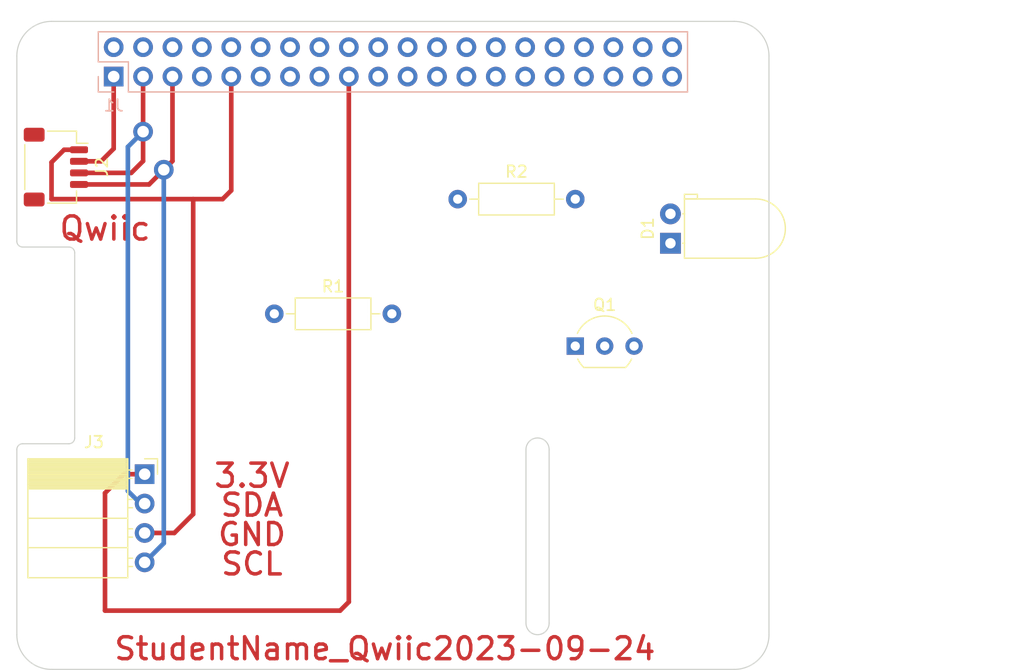
<source format=kicad_pcb>
(kicad_pcb (version 20211014) (generator pcbnew)
  (title_block (date "2023-09-24"))
  (layers (0 "F.Cu" signal) (31 "B.Cu" signal) (34 "B.Paste" user) (35 "F.Paste" user) (36 "B.SilkS" user "B.Silkscreen") (37 "F.SilkS" user "F.Silkscreen") (38 "B.Mask" user) (39 "F.Mask" user) (44 "Edge.Cuts" user))
  (net 0 "")
  (net 1 "GND")
  (net 2 "/GPIO2{slash}SDA1")
  (net 3 "/GPIO3{slash}SCL1")
  (net 4 "/GPIO4{slash}GPCLK0")
  (net 5 "/GPIO14{slash}TXD0")
  (net 6 "/GPIO15{slash}RXD0")
  (net 7 "/GPIO17")
  (net 8 "/GPIO18{slash}PCM.CLK")
  (net 9 "/GPIO27")
  (net 10 "/GPIO22")
  (net 11 "/GPIO23")
  (net 12 "/GPIO24")
  (net 13 "/GPIO10{slash}SPI0.MOSI")
  (net 14 "/GPIO9{slash}SPI0.MISO")
  (net 15 "/GPIO25")
  (net 16 "/GPIO11{slash}SPI0.SCLK")
  (net 17 "/GPIO8{slash}SPI0.CE0")
  (net 18 "/GPIO7{slash}SPI0.CE1")
  (net 19 "/ID_SDA")
  (net 20 "/ID_SCL")
  (net 21 "/GPIO5")
  (net 22 "/GPIO6")
  (net 23 "/GPIO12{slash}PWM0")
  (net 24 "/GPIO13{slash}PWM1")
  (net 25 "/GPIO19{slash}PCM.FS")
  (net 26 "/GPIO16")
  (net 27 "/GPIO26")
  (net 28 "/GPIO20{slash}PCM.DIN")
  (net 29 "/GPIO21{slash}PCM.DOUT")
  (net 30 "+5V")
  (net 31 "+3V3")
  (net 32 "Net-(D1-Pad2)")
  (net 33 "Net-(Q1-Pad2)")
  (net 34 "Net-(D1-Pad1)")
  (footprint "MountingHole:MountingHole_2.7mm_M2.5" (layer "F.Cu") (at 161.5 47.5)
    (fp_text reference "MH2" hide)
    (fp_text value "MountingHole_2.7mm_M2.5" hide)
    (pad "" np_thru_hole circle locked (at 0 0) (size 2.7 2.7) (drill 2.7) (layers *.Cu *.Mask))
  )
  (footprint "LED_THT:LED_D5.0mm_Horizontal_O1.27mm_Z3.0mm" (layer "F.Cu") (at 156.485 63.175 90)
    (fp_text reference "D1" (at 1.27 -1.96 90) (layer "F.SilkS"))
    (fp_text value "LED")
    (fp_line (start 3.83 1.21) (end 3.83 7.37) (layer "F.SilkS") (width 0.12))
    (fp_line (start 2.54 1.21) (end 2.54 1.21) (layer "F.SilkS") (width 0.12))
    (fp_line (start 3.83 2.33) (end 3.83 1.21) (layer "F.SilkS") (width 0.12))
    (fp_line (start 4.23 1.21) (end 4.23 2.33) (layer "F.SilkS") (width 0.12))
    (fp_line (start 0 1.08) (end 0 1.08) (layer "F.SilkS") (width 0.12))
    (fp_line (start 2.54 1.21) (end 2.54 1.08) (layer "F.SilkS") (width 0.12))
    (fp_line (start 0 1.21) (end 0 1.21) (layer "F.SilkS") (width 0.12))
    (fp_line (start 0 1.21) (end 0 1.08) (layer "F.SilkS") (width 0.12))
    (fp_line (start -1.29 1.21) (end 3.83 1.21) (layer "F.SilkS") (width 0.12))
    (fp_line (start -1.29 1.21) (end -1.29 7.37) (layer "F.SilkS") (width 0.12))
    (fp_line (start 2.54 1.08) (end 2.54 1.08) (layer "F.SilkS") (width 0.12))
    (fp_line (start 2.54 1.08) (end 2.54 1.21) (layer "F.SilkS") (width 0.12))
    (fp_line (start 0 1.08) (end 0 1.21) (layer "F.SilkS") (width 0.12))
    (fp_line (start 3.83 1.21) (end 4.23 1.21) (layer "F.SilkS") (width 0.12))
    (fp_line (start 4.23 2.33) (end 3.83 2.33) (layer "F.SilkS") (width 0.12))
    (fp_arc (start 3.83 7.37) (mid 1.27 9.93) (end -1.29 7.37) (layer "F.SilkS") (width 0.12))
    (pad "1" thru_hole rect (at 0 0 90) (size 1.8 1.8) (drill 0.9) (layers *.Cu *.Mask) (net 34 "Net-(D1-Pad1)"))
    (pad "2" thru_hole circle (at 2.54 0 90) (size 1.8 1.8) (drill 0.9) (layers *.Cu *.Mask) (net 32 "Net-(D1-Pad2)"))
  )
  (footprint "Connector_JST:JST_SH_SM04B-SRSS-TB_1x04-1MP_P1.00mm_Horizontal" (layer "F.Cu") (at 103.372914 56.592841 -90)
    (fp_text reference "J2" (at 0 -3.98 90) (layer "F.SilkS"))
    (fp_text value "Qwiic Right Angle")
    (fp_line (start 3.11 0.715) (end 3.11 -1.785) (layer "F.SilkS") (width 0.12))
    (fp_line (start -2.06 -1.785) (end -2.06 -2.775) (layer "F.SilkS") (width 0.12))
    (fp_line (start -3.11 0.715) (end -3.11 -1.785) (layer "F.SilkS") (width 0.12))
    (fp_line (start 3.11 -1.785) (end 2.06 -1.785) (layer "F.SilkS") (width 0.12))
    (fp_line (start -3.11 -1.785) (end -2.06 -1.785) (layer "F.SilkS") (width 0.12))
    (fp_line (start -1.94 2.685) (end 1.94 2.685) (layer "F.SilkS") (width 0.12))
    (pad "1" smd roundrect (at -1.5 -2 270) (size 0.6 1.55) (layers "F.Cu" "F.Paste" "F.Mask") (net 1 "GND"))
    (pad "2" smd roundrect (at -0.5 -2 270) (size 0.6 1.55) (layers "F.Cu" "F.Paste" "F.Mask") (net 31 "+3V3"))
    (pad "3" smd roundrect (at 0.5 -2 270) (size 0.6 1.55) (layers "F.Cu" "F.Paste" "F.Mask") (net 2 "/GPIO2{slash}SDA1"))
    (pad "4" smd roundrect (at 1.5 -2 270) (size 0.6 1.55) (layers "F.Cu" "F.Paste" "F.Mask") (net 3 "/GPIO3{slash}SCL1"))
    (pad "MP" smd roundrect (at -2.8 1.875 270) (size 1.2 1.8) (layers "F.Cu" "F.Paste" "F.Mask") (roundrect_rratio 0.2083333333))
    (pad "MP" smd roundrect (at 2.8 1.875 270) (size 1.2 1.8) (layers "F.Cu" "F.Paste" "F.Mask") (roundrect_rratio 0.2083333333))
  )
  (footprint "Resistor_THT:R_Axial_DIN0207_L6.3mm_D2.5mm_P10.16mm_Horizontal" (layer "F.Cu") (at 122.25 69.27)
    (fp_text reference "R1" (at 5.08 -2.37) (layer "F.SilkS"))
    (fp_text value "2.2k")
    (fp_line (start 9.12 0) (end 8.35 0) (layer "F.SilkS") (width 0.12))
    (fp_line (start 8.35 1.37) (end 8.35 -1.37) (layer "F.SilkS") (width 0.12))
    (fp_line (start 1.81 1.37) (end 8.35 1.37) (layer "F.SilkS") (width 0.12))
    (fp_line (start 1.04 0) (end 1.81 0) (layer "F.SilkS") (width 0.12))
    (fp_line (start 8.35 -1.37) (end 1.81 -1.37) (layer "F.SilkS") (width 0.12))
    (fp_line (start 1.81 -1.37) (end 1.81 1.37) (layer "F.SilkS") (width 0.12))
    (pad "1" thru_hole circle (at 0 0) (size 1.6 1.6) (drill 0.8) (layers *.Cu *.Mask) (net 7 "/GPIO17"))
    (pad "2" thru_hole oval (at 10.16 0) (size 1.6 1.6) (drill 0.8) (layers *.Cu *.Mask) (net 33 "Net-(Q1-Pad2)"))
  )
  (footprint "Package_TO_SOT_THT:TO-92_Inline_Wide" (layer "F.Cu") (at 148.26 72.06)
    (fp_text reference "Q1" (at 2.54 -3.56) (layer "F.SilkS"))
    (fp_text value "2N4124")
    (fp_line (start 0.74 1.85) (end 4.34 1.85) (layer "F.SilkS") (width 0.12))
    (fp_arc (start 4.864184 1.122795) (mid 4.633903 1.509328) (end 4.34 1.85) (layer "F.SilkS") (width 0.12))
    (fp_arc (start 2.54 -2.6) (mid 3.936979 -2.192818) (end 4.8964 -1.098807) (layer "F.SilkS") (width 0.12))
    (fp_arc (start 0.74 1.85) (mid 0.446097 1.509328) (end 0.215816 1.122795) (layer "F.SilkS") (width 0.12))
    (fp_arc (start 0.1836 -1.098807) (mid 1.143021 -2.192817) (end 2.54 -2.6) (layer "F.SilkS") (width 0.12))
    (pad "1" thru_hole rect (at 0 0) (size 1.5 1.5) (drill 0.8) (layers *.Cu *.Mask) (net 1 "GND"))
    (pad "2" thru_hole circle (at 2.54 0) (size 1.5 1.5) (drill 0.8) (layers *.Cu *.Mask) (net 33 "Net-(Q1-Pad2)"))
    (pad "3" thru_hole circle (at 5.08 0) (size 1.5 1.5) (drill 0.8) (layers *.Cu *.Mask) (net 34 "Net-(D1-Pad1)"))
  )
  (footprint "MountingHole:MountingHole_2.7mm_M2.5" (layer "F.Cu") (at 103.5 96.5)
    (fp_text reference "MH3" hide)
    (fp_text value "MountingHole_2.7mm_M2.5" hide)
    (pad "" np_thru_hole circle locked (at 0 0) (size 2.7 2.7) (drill 2.7) (layers *.Cu *.Mask))
  )
  (footprint "MountingHole:MountingHole_2.7mm_M2.5" (layer "F.Cu") (at 103.5 47.5)
    (fp_text reference "MH1" hide)
    (fp_text value "MountingHole_2.7mm_M2.5" hide)
    (pad "" np_thru_hole circle locked (at 0 0) (size 2.7 2.7) (drill 2.7) (layers *.Cu *.Mask))
  )
  (footprint "Resistor_THT:R_Axial_DIN0207_L6.3mm_D2.5mm_P10.16mm_Horizontal" (layer "F.Cu") (at 138.1 59.36)
    (fp_text reference "R2" (at 5.08 -2.37) (layer "F.SilkS"))
    (fp_text value "220")
    (fp_line (start 1.81 1.37) (end 8.35 1.37) (layer "F.SilkS") (width 0.12))
    (fp_line (start 8.35 -1.37) (end 1.81 -1.37) (layer "F.SilkS") (width 0.12))
    (fp_line (start 9.12 0) (end 8.35 0) (layer "F.SilkS") (width 0.12))
    (fp_line (start 8.35 1.37) (end 8.35 -1.37) (layer "F.SilkS") (width 0.12))
    (fp_line (start 1.81 -1.37) (end 1.81 1.37) (layer "F.SilkS") (width 0.12))
    (fp_line (start 1.04 0) (end 1.81 0) (layer "F.SilkS") (width 0.12))
    (pad "1" thru_hole circle (at 0 0) (size 1.6 1.6) (drill 0.8) (layers *.Cu *.Mask) (net 31 "+3V3"))
    (pad "2" thru_hole oval (at 10.16 0) (size 1.6 1.6) (drill 0.8) (layers *.Cu *.Mask) (net 32 "Net-(D1-Pad2)"))
  )
  (footprint "MountingHole:MountingHole_2.7mm_M2.5" (layer "F.Cu") (at 161.5 96.5)
    (fp_text reference "MH4" hide)
    (fp_text value "MountingHole_2.7mm_M2.5" hide)
    (pad "" np_thru_hole circle locked (at 0 0) (size 2.7 2.7) (drill 2.7) (layers *.Cu *.Mask))
  )
  (footprint "Connector_PinSocket_2.54mm:PinSocket_1x04_P2.54mm_Horizontal" (layer "F.Cu") (at 111.045 83.13)
    (fp_text reference "J3" (at -4.38 -2.77) (layer "F.SilkS"))
    (fp_text value "Conn_01x04_Female")
    (fp_line (start -10.09 -0.147145) (end -1.46 -0.147145) (layer "F.SilkS") (width 0.12))
    (fp_line (start -10.09 -1.33) (end -10.09 8.95) (layer "F.SilkS") (width 0.12))
    (fp_line (start -10.09 0.325235) (end -1.46 0.325235) (layer "F.SilkS") (width 0.12))
    (fp_line (start -10.09 8.95) (end -1.46 8.95) (layer "F.SilkS") (width 0.12))
    (fp_line (start -10.09 -0.50143) (end -1.46 -0.50143) (layer "F.SilkS") (width 0.12))
    (fp_line (start -1.46 0.36) (end -1.11 0.36) (layer "F.SilkS") (width 0.12))
    (fp_line (start -10.09 -0.02905) (end -1.46 -0.02905) (layer "F.SilkS") (width 0.12))
    (fp_line (start -10.09 -1.091905) (end -1.46 -1.091905) (layer "F.SilkS") (width 0.12))
    (fp_line (start -10.09 1.033805) (end -1.46 1.033805) (layer "F.SilkS") (width 0.12))
    (fp_line (start -10.09 0.44333) (end -1.46 0.44333) (layer "F.SilkS") (width 0.12))
    (fp_line (start -10.09 -0.73762) (end -1.46 -0.73762) (layer "F.SilkS") (width 0.12))
    (fp_line (start -10.09 -1.21) (end -1.46 -1.21) (layer "F.SilkS") (width 0.12))
    (fp_line (start 1.11 -1.33) (end 1.11 0) (layer "F.SilkS") (width 0.12))
    (fp_line (start -10.09 0.797615) (end -1.46 0.797615) (layer "F.SilkS") (width 0.12))
    (fp_line (start -10.09 1.1519) (end -1.46 1.1519) (layer "F.SilkS") (width 0.12))
    (fp_line (start -1.46 -1.33) (end -1.46 8.95) (layer "F.SilkS") (width 0.12))
    (fp_line (start -1.46 4.72) (end -1.05 4.72) (layer "F.SilkS") (width 0.12))
    (fp_line (start -10.09 -0.855715) (end -1.46 -0.855715) (layer "F.SilkS") (width 0.12))
    (fp_line (start -1.46 2.18) (end -1.05 2.18) (layer "F.SilkS") (width 0.12))
    (fp_line (start -10.09 3.81) (end -1.46 3.81) (layer "F.SilkS") (width 0.12))
    (fp_line (start 0 -1.33) (end 1.11 -1.33) (layer "F.SilkS") (width 0.12))
    (fp_line (start -10.09 6.35) (end -1.46 6.35) (layer "F.SilkS") (width 0.12))
    (fp_line (start -1.46 7.98) (end -1.05 7.98) (layer "F.SilkS") (width 0.12))
    (fp_line (start -10.09 -0.383335) (end -1.46 -0.383335) (layer "F.SilkS") (width 0.12))
    (fp_line (start -1.46 2.9) (end -1.05 2.9) (layer "F.SilkS") (width 0.12))
    (fp_line (start -10.09 0.67952) (end -1.46 0.67952) (layer "F.SilkS") (width 0.12))
    (fp_line (start -10.09 1.27) (end -1.46 1.27) (layer "F.SilkS") (width 0.12))
    (fp_line (start -1.46 5.44) (end -1.05 5.44) (layer "F.SilkS") (width 0.12))
    (fp_line (start -10.09 0.089045) (end -1.46 0.089045) (layer "F.SilkS") (width 0.12))
    (fp_line (start -10.09 -0.26524) (end -1.46 -0.26524) (layer "F.SilkS") (width 0.12))
    (fp_line (start -10.09 -1.33) (end -1.46 -1.33) (layer "F.SilkS") (width 0.12))
    (fp_line (start -10.09 -0.619525) (end -1.46 -0.619525) (layer "F.SilkS") (width 0.12))
    (fp_line (start -10.09 -0.97381) (end -1.46 -0.97381) (layer "F.SilkS") (width 0.12))
    (fp_line (start -1.46 -0.36) (end -1.11 -0.36) (layer "F.SilkS") (width 0.12))
    (fp_line (start -1.46 7.26) (end -1.05 7.26) (layer "F.SilkS") (width 0.12))
    (fp_line (start -10.09 0.91571) (end -1.46 0.91571) (layer "F.SilkS") (width 0.12))
    (fp_line (start -10.09 0.561425) (end -1.46 0.561425) (layer "F.SilkS") (width 0.12))
    (fp_line (start -10.09 0.20714) (end -1.46 0.20714) (layer "F.SilkS") (width 0.12))
    (pad "1" thru_hole rect (at 0 0) (size 1.7 1.7) (drill 1) (layers *.Cu *.Mask) (net 31 "+3V3"))
    (pad "2" thru_hole oval (at 0 2.54) (size 1.7 1.7) (drill 1) (layers *.Cu *.Mask) (net 2 "/GPIO2{slash}SDA1"))
    (pad "3" thru_hole oval (at 0 5.08) (size 1.7 1.7) (drill 1) (layers *.Cu *.Mask) (net 1 "GND"))
    (pad "4" thru_hole oval (at 0 7.62) (size 1.7 1.7) (drill 1) (layers *.Cu *.Mask) (net 3 "/GPIO3{slash}SCL1"))
  )
  (footprint "Connector_PinSocket_2.54mm:PinSocket_2x20_P2.54mm_Vertical" (layer "B.Cu") (at 108.37 48.77 -90)
    (fp_text reference "J1" (at 2.5 0) (layer "B.SilkS") (effects (justify mirror)))
    (fp_text value "GPIO")
    (fp_line (start 1.33 -1.27) (end 1.33 -49.59) (layer "B.SilkS") (width 0.12))
    (fp_line (start -1.27 -1.27) (end 1.33 -1.27) (layer "B.SilkS") (width 0.12))
    (fp_line (start -3.87 1.33) (end -3.87 -49.59) (layer "B.SilkS") (width 0.12))
    (fp_line (start -3.87 -49.59) (end 1.33 -49.59) (layer "B.SilkS") (width 0.12))
    (fp_line (start 0 1.33) (end 1.33 1.33) (layer "B.SilkS") (width 0.12))
    (fp_line (start -3.87 1.33) (end -1.27 1.33) (layer "B.SilkS") (width 0.12))
    (fp_line (start 1.33 1.33) (end 1.33 0) (layer "B.SilkS") (width 0.12))
    (fp_line (start -1.27 1.33) (end -1.27 -1.27) (layer "B.SilkS") (width 0.12))
    (pad "1" thru_hole rect locked (at 0 0 270) (size 1.7 1.7) (drill 1) (layers *.Cu *.Mask) (net 31 "+3V3"))
    (pad "2" thru_hole oval locked (at -2.54 0 270) (size 1.7 1.7) (drill 1) (layers *.Cu *.Mask) (net 30 "+5V"))
    (pad "3" thru_hole oval locked (at 0 -2.54 270) (size 1.7 1.7) (drill 1) (layers *.Cu *.Mask) (net 2 "/GPIO2{slash}SDA1"))
    (pad "4" thru_hole oval locked (at -2.54 -2.54 270) (size 1.7 1.7) (drill 1) (layers *.Cu *.Mask) (net 30 "+5V"))
    (pad "5" thru_hole oval locked (at 0 -5.08 270) (size 1.7 1.7) (drill 1) (layers *.Cu *.Mask) (net 3 "/GPIO3{slash}SCL1"))
    (pad "6" thru_hole oval locked (at -2.54 -5.08 270) (size 1.7 1.7) (drill 1) (layers *.Cu *.Mask) (net 1 "GND"))
    (pad "7" thru_hole oval locked (at 0 -7.62 270) (size 1.7 1.7) (drill 1) (layers *.Cu *.Mask) (net 4 "/GPIO4{slash}GPCLK0"))
    (pad "8" thru_hole oval locked (at -2.54 -7.62 270) (size 1.7 1.7) (drill 1) (layers *.Cu *.Mask) (net 5 "/GPIO14{slash}TXD0"))
    (pad "9" thru_hole oval locked (at 0 -10.16 270) (size 1.7 1.7) (drill 1) (layers *.Cu *.Mask) (net 1 "GND"))
    (pad "10" thru_hole oval locked (at -2.54 -10.16 270) (size 1.7 1.7) (drill 1) (layers *.Cu *.Mask) (net 6 "/GPIO15{slash}RXD0"))
    (pad "11" thru_hole oval locked (at 0 -12.7 270) (size 1.7 1.7) (drill 1) (layers *.Cu *.Mask) (net 7 "/GPIO17"))
    (pad "12" thru_hole oval locked (at -2.54 -12.7 270) (size 1.7 1.7) (drill 1) (layers *.Cu *.Mask) (net 8 "/GPIO18{slash}PCM.CLK"))
    (pad "13" thru_hole oval locked (at 0 -15.24 270) (size 1.7 1.7) (drill 1) (layers *.Cu *.Mask) (net 9 "/GPIO27"))
    (pad "14" thru_hole oval locked (at -2.54 -15.24 270) (size 1.7 1.7) (drill 1) (layers *.Cu *.Mask) (net 1 "GND"))
    (pad "15" thru_hole oval locked (at 0 -17.78 270) (size 1.7 1.7) (drill 1) (layers *.Cu *.Mask) (net 10 "/GPIO22"))
    (pad "16" thru_hole oval locked (at -2.54 -17.78 270) (size 1.7 1.7) (drill 1) (layers *.Cu *.Mask) (net 11 "/GPIO23"))
    (pad "17" thru_hole oval locked (at 0 -20.32 270) (size 1.7 1.7) (drill 1) (layers *.Cu *.Mask) (net 31 "+3V3"))
    (pad "18" thru_hole oval locked (at -2.54 -20.32 270) (size 1.7 1.7) (drill 1) (layers *.Cu *.Mask) (net 12 "/GPIO24"))
    (pad "19" thru_hole oval locked (at 0 -22.86 270) (size 1.7 1.7) (drill 1) (layers *.Cu *.Mask) (net 13 "/GPIO10{slash}SPI0.MOSI"))
    (pad "20" thru_hole oval locked (at -2.54 -22.86 270) (size 1.7 1.7) (drill 1) (layers *.Cu *.Mask) (net 1 "GND"))
    (pad "21" thru_hole oval locked (at 0 -25.4 270) (size 1.7 1.7) (drill 1) (layers *.Cu *.Mask) (net 14 "/GPIO9{slash}SPI0.MISO"))
    (pad "22" thru_hole oval locked (at -2.54 -25.4 270) (size 1.7 1.7) (drill 1) (layers *.Cu *.Mask) (net 15 "/GPIO25"))
    (pad "23" thru_hole oval locked (at 0 -27.94 270) (size 1.7 1.7) (drill 1) (layers *.Cu *.Mask) (net 16 "/GPIO11{slash}SPI0.SCLK"))
    (pad "24" thru_hole oval locked (at -2.54 -27.94 270) (size 1.7 1.7) (drill 1) (layers *.Cu *.Mask) (net 17 "/GPIO8{slash}SPI0.CE0"))
    (pad "25" thru_hole oval locked (at 0 -30.48 270) (size 1.7 1.7) (drill 1) (layers *.Cu *.Mask) (net 1 "GND"))
    (pad "26" thru_hole oval locked (at -2.54 -30.48 270) (size 1.7 1.7) (drill 1) (layers *.Cu *.Mask) (net 18 "/GPIO7{slash}SPI0.CE1"))
    (pad "27" thru_hole oval locked (at 0 -33.02 270) (size 1.7 1.7) (drill 1) (layers *.Cu *.Mask) (net 19 "/ID_SDA"))
    (pad "28" thru_hole oval locked (at -2.54 -33.02 270) (size 1.7 1.7) (drill 1) (layers *.Cu *.Mask) (net 20 "/ID_SCL"))
    (pad "29" thru_hole oval locked (at 0 -35.56 270) (size 1.7 1.7) (drill 1) (layers *.Cu *.Mask) (net 21 "/GPIO5"))
    (pad "30" thru_hole oval locked (at -2.54 -35.56 270) (size 1.7 1.7) (drill 1) (layers *.Cu *.Mask) (net 1 "GND"))
    (pad "31" thru_hole oval locked (at 0 -38.1 270) (size 1.7 1.7) (drill 1) (layers *.Cu *.Mask) (net 22 "/GPIO6"))
    (pad "32" thru_hole oval locked (at -2.54 -38.1 270) (size 1.7 1.7) (drill 1) (layers *.Cu *.Mask) (net 23 "/GPIO12{slash}PWM0"))
    (pad "33" thru_hole oval locked (at 0 -40.64 270) (size 1.7 1.7) (drill 1) (layers *.Cu *.Mask) (net 24 "/GPIO13{slash}PWM1"))
    (pad "34" thru_hole oval locked (at -2.54 -40.64 270) (size 1.7 1.7) (drill 1) (layers *.Cu *.Mask) (net 1 "GND"))
    (pad "35" thru_hole oval locked (at 0 -43.18 270) (size 1.7 1.7) (drill 1) (layers *.Cu *.Mask) (net 25 "/GPIO19{slash}PCM.FS"))
    (pad "36" thru_hole oval locked (at -2.54 -43.18 270) (size 1.7 1.7) (drill 1) (layers *.Cu *.Mask) (net 26 "/GPIO16"))
    (pad "37" thru_hole oval locked (at 0 -45.72 270) (size 1.7 1.7) (drill 1) (layers *.Cu *.Mask) (net 27 "/GPIO26"))
    (pad "38" thru_hole oval locked (at -2.54 -45.72 270) (size 1.7 1.7) (drill 1) (layers *.Cu *.Mask) (net 28 "/GPIO20{slash}PCM.DIN"))
    (pad "39" thru_hole oval locked (at 0 -48.26 270) (size 1.7 1.7) (drill 1) (layers *.Cu *.Mask) (net 1 "GND"))
    (pad "40" thru_hole oval locked (at -2.54 -48.26 270) (size 1.7 1.7) (drill 1) (layers *.Cu *.Mask) (net 29 "/GPIO21{slash}PCM.DOUT"))
  )
  (gr_arc (start 100.5 63.5) (mid 100.146447 63.353553) (end 100 63) (layer "Edge.Cuts") (width 0.1))
  (gr_arc (start 162 44) (mid 164.12132 44.87868) (end 165 47) (layer "Edge.Cuts") (width 0.1))
  (gr_line (start 165 97) (end 165 47) (layer "Edge.Cuts") (width 0.1))
  (gr_line (start 100 47) (end 100 63) (layer "Edge.Cuts") (width 0.1))
  (gr_line (start 146 81) (end 146 96) (layer "Edge.Cuts") (width 0.1))
  (gr_line (start 144 96) (end 144 81) (layer "Edge.Cuts") (width 0.1))
  (gr_arc (start 103 100) (mid 100.87868 99.12132) (end 100 97) (layer "Edge.Cuts") (width 0.1))
  (gr_line (start 103 100) (end 162 100) (layer "Edge.Cuts") (width 0.1))
  (gr_line (start 104.5 80.5) (end 100.5 80.5) (layer "Edge.Cuts") (width 0.1))
  (gr_arc (start 144 81) (mid 145 80) (end 146 81) (layer "Edge.Cuts") (width 0.1))
  (gr_arc (start 100 81) (mid 100.146138 80.646755) (end 100.499127 80.500001) (layer "Edge.Cuts") (width 0.1))
  (gr_arc (start 165 97) (mid 164.12132 99.12132) (end 162 100) (layer "Edge.Cuts") (width 0.1))
  (gr_line (start 105 64) (end 105 80) (layer "Edge.Cuts") (width 0.1))
  (gr_arc (start 100 47) (mid 100.87868 44.87868) (end 103 44) (layer "Edge.Cuts") (width 0.1))
  (gr_arc (start 146 96) (mid 145 97) (end 144 96) (layer "Edge.Cuts") (width 0.1))
  (gr_line (start 100 81) (end 100 97) (layer "Edge.Cuts") (width 0.1))
  (gr_line (start 100.5 63.5) (end 104.5 63.5) (layer "Edge.Cuts") (width 0.1))
  (gr_arc (start 105 80) (mid 104.853553 80.353553) (end 104.5 80.5) (layer "Edge.Cuts") (width 0.1))
  (gr_arc (start 104.5 63.5) (mid 104.853553 63.646447) (end 105 64) (layer "Edge.Cuts") (width 0.1))
  (gr_line (start 162 44) (end 103 44) (layer "Edge.Cuts") (width 0.1))
  (gr_text "StudentName_Qwiic2023-09-24" (at 131.807877 98.211126) (layer "F.Cu") (effects (font (size 1.9 1.9) (thickness 0.3))))
  (gr_text "GND" (at 120.32 88.34324) (layer "F.Cu") (effects (font (size 1.9 1.9) (thickness 0.3))))
  (gr_text "Qwiic" (at 107.62 61.9) (layer "F.Cu") (effects (font (size 2 2) (thickness 0.3))))
  (gr_text "SCL" (at 120.32 90.88324) (layer "F.Cu") (effects (font (size 1.9 1.9) (thickness 0.3))))
  (gr_text "3.3V" (at 120.32 83.26324) (layer "F.Cu") (effects (font (size 2 2) (thickness 0.3))))
  (gr_text "SDA" (at 120.32 85.80324) (layer "F.Cu") (effects (font (size 1.9 1.9) (thickness 0.3))))
  (segment (start 104.08562 55.092841) (end 105.372914 55.092841) (width 0.4) (layer "F.Cu") (net 1))
  (segment (start 117.78 59.36) (end 102.997914 59.36) (width 0.4) (layer "F.Cu") (net 1))
  (segment (start 115.24 59.36) (end 115.24 86.58) (width 0.4) (layer "F.Cu") (net 1))
  (segment (start 102.997914 56.180547) (end 104.08562 55.092841) (width 0.4) (layer "F.Cu") (net 1))
  (segment (start 118.53 58.61) (end 117.78 59.36) (width 0.4) (layer "F.Cu") (net 1))
  (segment (start 115.24 86.58) (end 113.61 88.21) (width 0.4) (layer "F.Cu") (net 1))
  (segment (start 113.61 88.21) (end 111.045 88.21) (width 0.4) (layer "F.Cu") (net 1))
  (segment (start 102.997914 59.36) (end 102.997914 56.180547) (width 0.4) (layer "F.Cu") (net 1))
  (segment (start 118.53 48.77) (end 118.53 58.61) (width 0.4) (layer "F.Cu") (net 1))
  (segment (start 110.91 48.77) (end 110.91 53.53) (width 0.4) (layer "F.Cu") (net 2))
  (segment (start 109.887159 57.092841) (end 105.372914 57.092841) (width 0.4) (layer "F.Cu") (net 2))
  (segment (start 110.91 53.53) (end 110.91 56.07) (width 0.4) (layer "F.Cu") (net 2))
  (segment (start 110.91 56.07) (end 109.887159 57.092841) (width 0.4) (layer "F.Cu") (net 2))
  (via (at 110.91 53.53) (size 1.7) (drill 1) (layers "F.Cu" "B.Cu") (net 2))
  (segment (start 110.91 53.53) (end 109.595 54.845) (width 0.4) (layer "B.Cu") (net 2))
  (segment (start 109.595 84.58) (end 110.685 85.67) (width 0.4) (layer "B.Cu") (net 2))
  (segment (start 110.685 85.67) (end 111.045 85.67) (width 0.4) (layer "B.Cu") (net 2))
  (segment (start 109.595 54.845) (end 109.595 84.58) (width 0.4) (layer "B.Cu") (net 2))
  (segment (start 113.45 56.07) (end 113.45 48.77) (width 0.4) (layer "F.Cu") (net 3))
  (segment (start 111.427159 58.092841) (end 112.7 56.82) (width 0.4) (layer "F.Cu") (net 3))
  (segment (start 112.7 56.82) (end 113.45 56.07) (width 0.4) (layer "F.Cu") (net 3))
  (segment (start 105.372914 58.092841) (end 111.427159 58.092841) (width 0.4) (layer "F.Cu") (net 3))
  (via (at 112.7 56.82) (size 1.7) (drill 1) (layers "F.Cu" "B.Cu") (net 3))
  (segment (start 112.7 56.82) (end 112.7 89.095) (width 0.4) (layer "B.Cu") (net 3))
  (segment (start 112.7 89.095) (end 111.045 90.75) (width 0.4) (layer "B.Cu") (net 3))
  (segment (start 107.275432 56.092841) (end 105.372914 56.092841) (width 0.4) (layer "F.Cu") (net 31))
  (segment (start 108.37 54.998273) (end 107.275432 56.092841) (width 0.4) (layer "F.Cu") (net 31))
  (segment (start 107.62 94.92) (end 107.62 84.76) (width 0.4) (layer "F.Cu") (net 31))
  (segment (start 108.37 48.77) (end 108.37 54.998273) (width 0.4) (layer "F.Cu") (net 31))
  (segment (start 127.94 94.92) (end 107.62 94.92) (width 0.4) (layer "F.Cu") (net 31))
  (segment (start 128.69 94.17) (end 127.94 94.92) (width 0.4) (layer "F.Cu") (net 31))
  (segment (start 128.69 48.77) (end 128.69 94.17) (width 0.4) (layer "F.Cu") (net 31))
  (segment (start 105.446266 56.166193) (end 105.372914 56.092841) (width 0.2) (layer "F.Cu") (net 31))
  (segment (start 109.25 83.13) (end 111.045 83.13) (width 0.4) (layer "F.Cu") (net 31))
  (segment (start 107.62 84.76) (end 109.25 83.13) (width 0.4) (layer "F.Cu") (net 31))
)
</source>
